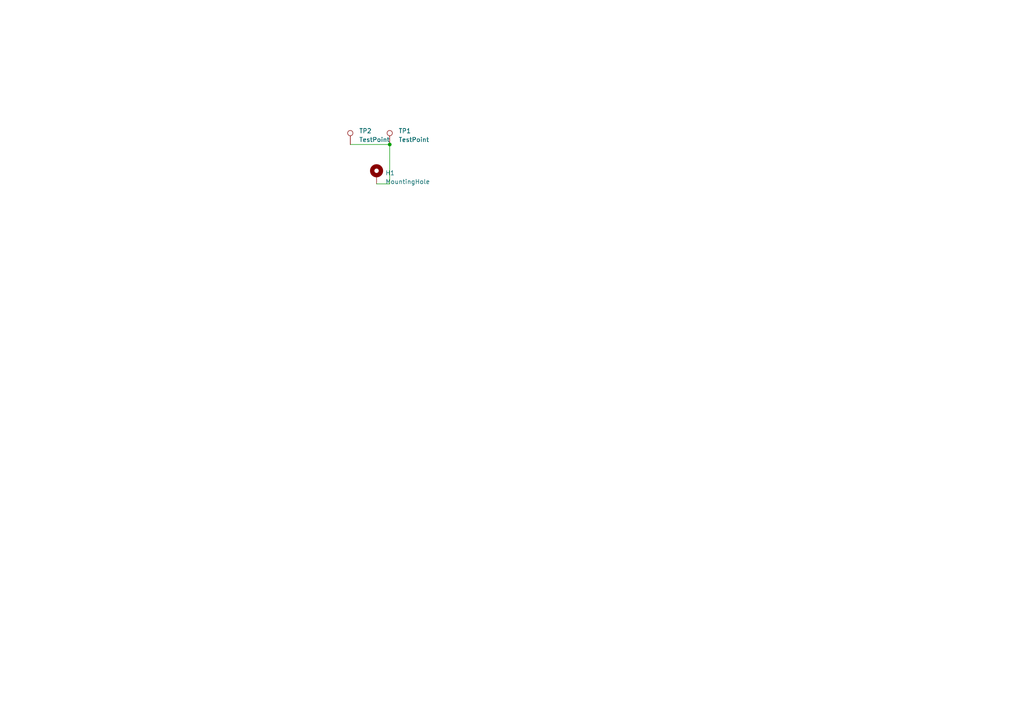
<source format=kicad_sch>
(kicad_sch (version 20230121) (generator eeschema)

  (uuid 9c81f798-77d8-4a74-886e-b65023d5c43a)

  (paper "A4")

  (lib_symbols
    (symbol "Connector:TestPoint" (pin_numbers hide) (pin_names (offset 0.762) hide) (in_bom yes) (on_board yes)
      (property "Reference" "TP" (at 0 6.858 0)
        (effects (font (size 1.27 1.27)))
      )
      (property "Value" "TestPoint" (at 0 5.08 0)
        (effects (font (size 1.27 1.27)))
      )
      (property "Footprint" "" (at 5.08 0 0)
        (effects (font (size 1.27 1.27)) hide)
      )
      (property "Datasheet" "~" (at 5.08 0 0)
        (effects (font (size 1.27 1.27)) hide)
      )
      (property "ki_keywords" "test point tp" (at 0 0 0)
        (effects (font (size 1.27 1.27)) hide)
      )
      (property "ki_description" "test point" (at 0 0 0)
        (effects (font (size 1.27 1.27)) hide)
      )
      (property "ki_fp_filters" "Pin* Test*" (at 0 0 0)
        (effects (font (size 1.27 1.27)) hide)
      )
      (symbol "TestPoint_0_1"
        (circle (center 0 3.302) (radius 0.762)
          (stroke (width 0) (type default))
          (fill (type none))
        )
      )
      (symbol "TestPoint_1_1"
        (pin passive line (at 0 0 90) (length 2.54)
          (name "1" (effects (font (size 1.27 1.27))))
          (number "1" (effects (font (size 1.27 1.27))))
        )
      )
    )
    (symbol "Mechanical:MountingHole_Pad" (pin_numbers hide) (pin_names (offset 1.016) hide) (in_bom yes) (on_board yes)
      (property "Reference" "H" (at 0 6.35 0)
        (effects (font (size 1.27 1.27)))
      )
      (property "Value" "MountingHole_Pad" (at 0 4.445 0)
        (effects (font (size 1.27 1.27)))
      )
      (property "Footprint" "" (at 0 0 0)
        (effects (font (size 1.27 1.27)) hide)
      )
      (property "Datasheet" "~" (at 0 0 0)
        (effects (font (size 1.27 1.27)) hide)
      )
      (property "ki_keywords" "mounting hole" (at 0 0 0)
        (effects (font (size 1.27 1.27)) hide)
      )
      (property "ki_description" "Mounting Hole with connection" (at 0 0 0)
        (effects (font (size 1.27 1.27)) hide)
      )
      (property "ki_fp_filters" "MountingHole*Pad*" (at 0 0 0)
        (effects (font (size 1.27 1.27)) hide)
      )
      (symbol "MountingHole_Pad_0_1"
        (circle (center 0 1.27) (radius 1.27)
          (stroke (width 1.27) (type default))
          (fill (type none))
        )
      )
      (symbol "MountingHole_Pad_1_1"
        (pin input line (at 0 -2.54 90) (length 2.54)
          (name "1" (effects (font (size 1.27 1.27))))
          (number "1" (effects (font (size 1.27 1.27))))
        )
      )
    )
  )

  (junction (at 113.03 41.91) (diameter 0) (color 0 0 0 0)
    (uuid 63df5a7c-5ddd-4ad4-894a-fb85146f66d6)
  )

  (wire (pts (xy 109.22 53.34) (xy 113.03 53.34))
    (stroke (width 0) (type default))
    (uuid 0f45c162-26cd-4ecf-b412-2dd7aecf4423)
  )
  (wire (pts (xy 101.6 41.91) (xy 113.03 41.91))
    (stroke (width 0) (type default))
    (uuid 5a6eabcc-ca1e-491d-9678-0a817d39477a)
  )
  (wire (pts (xy 113.03 53.34) (xy 113.03 41.91))
    (stroke (width 0) (type default))
    (uuid 6b52b11c-5100-4dac-beed-f176e593e828)
  )

  (symbol (lib_id "Connector:TestPoint") (at 101.6 41.91 0) (unit 1)
    (in_bom yes) (on_board yes) (dnp no) (fields_autoplaced)
    (uuid 52175687-af63-48d4-bc5c-e4e49b0a1464)
    (property "Reference" "TP2" (at 104.14 37.973 0)
      (effects (font (size 1.27 1.27)) (justify left))
    )
    (property "Value" "TestPoint" (at 104.14 40.513 0)
      (effects (font (size 1.27 1.27)) (justify left))
    )
    (property "Footprint" "TestPoint:TestPoint_Pad_4.0x4.0mm" (at 106.68 41.91 0)
      (effects (font (size 1.27 1.27)) hide)
    )
    (property "Datasheet" "~" (at 106.68 41.91 0)
      (effects (font (size 1.27 1.27)) hide)
    )
    (pin "1" (uuid 21b9deca-5e0b-49b0-b0a7-c9b5fe2b6059))
    (instances
      (project "default"
        (path "/9c81f798-77d8-4a74-886e-b65023d5c43a"
          (reference "TP2") (unit 1)
        )
      )
    )
  )

  (symbol (lib_id "Mechanical:MountingHole_Pad") (at 109.22 50.8 0) (unit 1)
    (in_bom yes) (on_board yes) (dnp no) (fields_autoplaced)
    (uuid 63c29b4c-a427-45a6-8baa-5be71849bdf0)
    (property "Reference" "H1" (at 111.76 50.165 0)
      (effects (font (size 1.27 1.27)) (justify left))
    )
    (property "Value" "MountingHole" (at 111.76 52.705 0)
      (effects (font (size 1.27 1.27)) (justify left))
    )
    (property "Footprint" "MountingHole:MountingHole_2.2mm_M2" (at 109.22 50.8 0)
      (effects (font (size 1.27 1.27)) hide)
    )
    (property "Datasheet" "~" (at 109.22 50.8 0)
      (effects (font (size 1.27 1.27)) hide)
    )
    (pin "1" (uuid eba9457e-f66f-4718-b6b6-bc6a306fffee))
    (instances
      (project "default"
        (path "/9c81f798-77d8-4a74-886e-b65023d5c43a"
          (reference "H1") (unit 1)
        )
      )
    )
  )

  (symbol (lib_id "Connector:TestPoint") (at 113.03 41.91 0) (unit 1)
    (in_bom yes) (on_board yes) (dnp no) (fields_autoplaced)
    (uuid 8db25994-9077-4817-b694-1b52001a1928)
    (property "Reference" "TP1" (at 115.57 37.973 0)
      (effects (font (size 1.27 1.27)) (justify left))
    )
    (property "Value" "TestPoint" (at 115.57 40.513 0)
      (effects (font (size 1.27 1.27)) (justify left))
    )
    (property "Footprint" "TestPoint:TestPoint_Pad_4.0x4.0mm" (at 118.11 41.91 0)
      (effects (font (size 1.27 1.27)) hide)
    )
    (property "Datasheet" "~" (at 118.11 41.91 0)
      (effects (font (size 1.27 1.27)) hide)
    )
    (pin "1" (uuid 92291855-46dc-46e5-b0f2-466b5f02c65b))
    (instances
      (project "default"
        (path "/9c81f798-77d8-4a74-886e-b65023d5c43a"
          (reference "TP1") (unit 1)
        )
      )
    )
  )

  (sheet_instances
    (path "/" (page "1"))
  )
)

</source>
